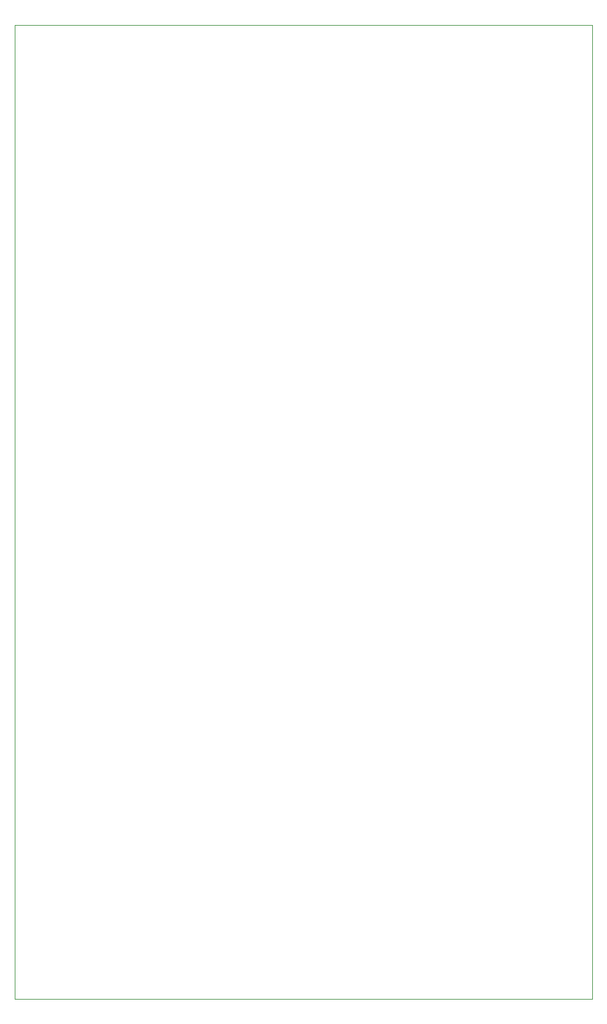
<source format=gbr>
%TF.GenerationSoftware,KiCad,Pcbnew,(6.0.11)*%
%TF.CreationDate,2023-02-27T19:33:45-08:00*%
%TF.ProjectId,IOBoard_ATSAMD21,494f426f-6172-4645-9f41-5453414d4432,rev?*%
%TF.SameCoordinates,Original*%
%TF.FileFunction,Profile,NP*%
%FSLAX46Y46*%
G04 Gerber Fmt 4.6, Leading zero omitted, Abs format (unit mm)*
G04 Created by KiCad (PCBNEW (6.0.11)) date 2023-02-27 19:33:45*
%MOMM*%
%LPD*%
G01*
G04 APERTURE LIST*
%TA.AperFunction,Profile*%
%ADD10C,0.100000*%
%TD*%
G04 APERTURE END LIST*
D10*
X65800000Y-41500000D02*
X142000000Y-41500000D01*
X142000000Y-41500000D02*
X142000000Y-170000000D01*
X142000000Y-170000000D02*
X65800000Y-170000000D01*
X65800000Y-170000000D02*
X65800000Y-41500000D01*
M02*

</source>
